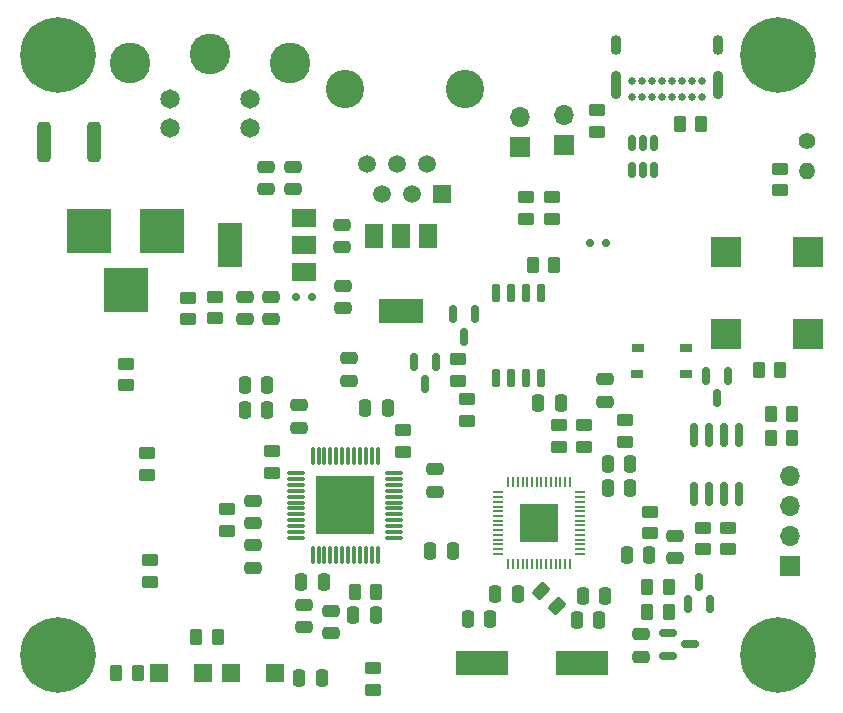
<source format=gbr>
%TF.GenerationSoftware,KiCad,Pcbnew,7.0.5.1-1-g8f565ef7f0-dirty-deb11*%
%TF.CreationDate,2023-06-25T19:17:02+00:00*%
%TF.ProjectId,AMFOC01,414d464f-4330-4312-9e6b-696361645f70,rev?*%
%TF.SameCoordinates,Original*%
%TF.FileFunction,Soldermask,Top*%
%TF.FilePolarity,Negative*%
%FSLAX46Y46*%
G04 Gerber Fmt 4.6, Leading zero omitted, Abs format (unit mm)*
G04 Created by KiCad (PCBNEW 7.0.5.1-1-g8f565ef7f0-dirty-deb11) date 2023-06-25 19:17:02*
%MOMM*%
%LPD*%
G01*
G04 APERTURE LIST*
G04 Aperture macros list*
%AMRoundRect*
0 Rectangle with rounded corners*
0 $1 Rounding radius*
0 $2 $3 $4 $5 $6 $7 $8 $9 X,Y pos of 4 corners*
0 Add a 4 corners polygon primitive as box body*
4,1,4,$2,$3,$4,$5,$6,$7,$8,$9,$2,$3,0*
0 Add four circle primitives for the rounded corners*
1,1,$1+$1,$2,$3*
1,1,$1+$1,$4,$5*
1,1,$1+$1,$6,$7*
1,1,$1+$1,$8,$9*
0 Add four rect primitives between the rounded corners*
20,1,$1+$1,$2,$3,$4,$5,0*
20,1,$1+$1,$4,$5,$6,$7,0*
20,1,$1+$1,$6,$7,$8,$9,0*
20,1,$1+$1,$8,$9,$2,$3,0*%
G04 Aperture macros list end*
%ADD10RoundRect,0.250000X-0.450000X0.262500X-0.450000X-0.262500X0.450000X-0.262500X0.450000X0.262500X0*%
%ADD11RoundRect,0.250000X-0.262500X-0.450000X0.262500X-0.450000X0.262500X0.450000X-0.262500X0.450000X0*%
%ADD12RoundRect,0.250000X0.450000X-0.262500X0.450000X0.262500X-0.450000X0.262500X-0.450000X-0.262500X0*%
%ADD13RoundRect,0.250000X-0.475000X0.250000X-0.475000X-0.250000X0.475000X-0.250000X0.475000X0.250000X0*%
%ADD14R,1.700000X1.700000*%
%ADD15O,1.700000X1.700000*%
%ADD16RoundRect,0.250000X-0.250000X-0.475000X0.250000X-0.475000X0.250000X0.475000X-0.250000X0.475000X0*%
%ADD17C,0.800000*%
%ADD18C,6.400000*%
%ADD19RoundRect,0.250000X0.250000X0.475000X-0.250000X0.475000X-0.250000X-0.475000X0.250000X-0.475000X0*%
%ADD20RoundRect,0.250000X0.475000X-0.250000X0.475000X0.250000X-0.475000X0.250000X-0.475000X-0.250000X0*%
%ADD21RoundRect,0.250000X0.262500X0.450000X-0.262500X0.450000X-0.262500X-0.450000X0.262500X-0.450000X0*%
%ADD22RoundRect,0.150000X-0.150000X-0.200000X0.150000X-0.200000X0.150000X0.200000X-0.150000X0.200000X0*%
%ADD23RoundRect,0.150000X0.150000X-0.587500X0.150000X0.587500X-0.150000X0.587500X-0.150000X-0.587500X0*%
%ADD24R,1.050000X0.650000*%
%ADD25RoundRect,0.250000X-0.503814X-0.132583X-0.132583X-0.503814X0.503814X0.132583X0.132583X0.503814X0*%
%ADD26RoundRect,0.150000X-0.587500X-0.150000X0.587500X-0.150000X0.587500X0.150000X-0.587500X0.150000X0*%
%ADD27C,3.250000*%
%ADD28R,1.520000X1.520000*%
%ADD29C,1.520000*%
%ADD30RoundRect,0.150000X-0.150000X0.587500X-0.150000X-0.587500X0.150000X-0.587500X0.150000X0.587500X0*%
%ADD31RoundRect,0.150000X0.150000X0.200000X-0.150000X0.200000X-0.150000X-0.200000X0.150000X-0.200000X0*%
%ADD32C,1.650000*%
%ADD33C,3.450000*%
%ADD34C,1.400000*%
%ADD35O,1.400000X1.400000*%
%ADD36RoundRect,0.150000X-0.150000X0.825000X-0.150000X-0.825000X0.150000X-0.825000X0.150000X0.825000X0*%
%ADD37R,1.500000X1.500000*%
%ADD38R,1.500000X2.000000*%
%ADD39R,3.800000X2.000000*%
%ADD40RoundRect,0.250000X-0.312500X-1.450000X0.312500X-1.450000X0.312500X1.450000X-0.312500X1.450000X0*%
%ADD41RoundRect,0.075000X0.662500X0.075000X-0.662500X0.075000X-0.662500X-0.075000X0.662500X-0.075000X0*%
%ADD42RoundRect,0.075000X0.075000X0.662500X-0.075000X0.662500X-0.075000X-0.662500X0.075000X-0.662500X0*%
%ADD43R,5.000000X5.000000*%
%ADD44RoundRect,0.150000X0.150000X-0.512500X0.150000X0.512500X-0.150000X0.512500X-0.150000X-0.512500X0*%
%ADD45RoundRect,0.150000X-0.150000X0.650000X-0.150000X-0.650000X0.150000X-0.650000X0.150000X0.650000X0*%
%ADD46RoundRect,0.050000X-0.387500X-0.050000X0.387500X-0.050000X0.387500X0.050000X-0.387500X0.050000X0*%
%ADD47RoundRect,0.050000X-0.050000X-0.387500X0.050000X-0.387500X0.050000X0.387500X-0.050000X0.387500X0*%
%ADD48R,3.200000X3.200000*%
%ADD49R,2.500000X2.500000*%
%ADD50C,0.650000*%
%ADD51O,0.900000X2.400000*%
%ADD52O,0.900000X1.700000*%
%ADD53R,2.000000X1.500000*%
%ADD54R,2.000000X3.800000*%
%ADD55R,4.500000X2.000000*%
%ADD56R,3.810000X3.810000*%
G04 APERTURE END LIST*
D10*
%TO.C,R32*%
X23120000Y-38580000D03*
X23120000Y-40405000D03*
%TD*%
D11*
%TO.C,R3*%
X57620000Y-10880000D03*
X59445000Y-10880000D03*
%TD*%
D12*
%TO.C,R27*%
X10720000Y-32980000D03*
X10720000Y-31155000D03*
%TD*%
%TO.C,R14*%
X12520000Y-40580000D03*
X12520000Y-38755000D03*
%TD*%
D11*
%TO.C,R15*%
X54895000Y-52180000D03*
X56720000Y-52180000D03*
%TD*%
D13*
%TO.C,C15*%
X20820000Y-25480000D03*
X20820000Y-27380000D03*
%TD*%
D14*
%TO.C,J5*%
X47820000Y-12680000D03*
D15*
X47820000Y-10140000D03*
%TD*%
D13*
%TO.C,C1*%
X29120000Y-24580000D03*
X29120000Y-26480000D03*
%TD*%
D11*
%TO.C,R12*%
X65320000Y-37480000D03*
X67145000Y-37480000D03*
%TD*%
D16*
%TO.C,C28*%
X25420000Y-57780000D03*
X27320000Y-57780000D03*
%TD*%
D12*
%TO.C,R33*%
X59620000Y-46880000D03*
X59620000Y-45055000D03*
%TD*%
D17*
%TO.C,H4*%
X63540000Y-4980000D03*
X64242944Y-3282944D03*
X64242944Y-6677056D03*
X65940000Y-2580000D03*
D18*
X65940000Y-4980000D03*
D17*
X65940000Y-7380000D03*
X67637056Y-3282944D03*
X67637056Y-6677056D03*
X68340000Y-4980000D03*
%TD*%
D16*
%TO.C,C16*%
X45670000Y-34480000D03*
X47570000Y-34480000D03*
%TD*%
D10*
%TO.C,R1*%
X53000000Y-35960000D03*
X53000000Y-37785000D03*
%TD*%
D11*
%TO.C,R22*%
X30100000Y-50460000D03*
X31925000Y-50460000D03*
%TD*%
%TO.C,R29*%
X16707500Y-54280000D03*
X18532500Y-54280000D03*
%TD*%
D19*
%TO.C,C22*%
X27500000Y-49660000D03*
X25600000Y-49660000D03*
%TD*%
D20*
%TO.C,C11*%
X29620000Y-32580000D03*
X29620000Y-30680000D03*
%TD*%
D12*
%TO.C,R19*%
X38820000Y-32592500D03*
X38820000Y-30767500D03*
%TD*%
D21*
%TO.C,R8*%
X11732500Y-57380000D03*
X9907500Y-57380000D03*
%TD*%
%TO.C,R2*%
X47020000Y-22780000D03*
X45195000Y-22780000D03*
%TD*%
D16*
%TO.C,C5*%
X49400000Y-50850000D03*
X51300000Y-50850000D03*
%TD*%
D22*
%TO.C,D2*%
X26520000Y-25480000D03*
X25120000Y-25480000D03*
%TD*%
D12*
%TO.C,R11*%
X46820000Y-18892500D03*
X46820000Y-17067500D03*
%TD*%
D20*
%TO.C,C27*%
X28120000Y-53980000D03*
X28120000Y-52080000D03*
%TD*%
D10*
%TO.C,R25*%
X18320000Y-25480000D03*
X18320000Y-27305000D03*
%TD*%
D23*
%TO.C,Q2*%
X58320000Y-51480000D03*
X60220000Y-51480000D03*
X59270000Y-49605000D03*
%TD*%
D19*
%TO.C,C13*%
X38420000Y-46980000D03*
X36520000Y-46980000D03*
%TD*%
D24*
%TO.C,SW1*%
X58195000Y-32010000D03*
X54045000Y-32010000D03*
X58195000Y-29860000D03*
X54070000Y-29860000D03*
%TD*%
D10*
%TO.C,R5*%
X47400000Y-36367500D03*
X47400000Y-38192500D03*
%TD*%
D13*
%TO.C,C24*%
X25820000Y-51580000D03*
X25820000Y-53480000D03*
%TD*%
D25*
%TO.C,R7*%
X45920000Y-50380000D03*
X47210470Y-51670470D03*
%TD*%
D11*
%TO.C,R16*%
X54895000Y-50080000D03*
X56720000Y-50080000D03*
%TD*%
%TO.C,R31*%
X64320000Y-31680000D03*
X66145000Y-31680000D03*
%TD*%
D10*
%TO.C,R6*%
X49500000Y-36380000D03*
X49500000Y-38205000D03*
%TD*%
D13*
%TO.C,C20*%
X57200000Y-45710000D03*
X57200000Y-47610000D03*
%TD*%
D16*
%TO.C,C14*%
X53150000Y-47360000D03*
X55050000Y-47360000D03*
%TD*%
D13*
%TO.C,C29*%
X54320000Y-54080000D03*
X54320000Y-55980000D03*
%TD*%
D26*
%TO.C,Q1*%
X56620000Y-53980000D03*
X56620000Y-55880000D03*
X58495000Y-54930000D03*
%TD*%
D20*
%TO.C,C10*%
X22620000Y-16380000D03*
X22620000Y-14480000D03*
%TD*%
D27*
%TO.C,J7*%
X39420000Y-7929492D03*
X29260000Y-7929492D03*
D28*
X37510000Y-16819492D03*
D29*
X36240000Y-14279492D03*
X34970000Y-16819492D03*
X33700000Y-14279492D03*
X32430000Y-16819492D03*
X31160000Y-14279492D03*
%TD*%
D30*
%TO.C,Q4*%
X37020000Y-30980000D03*
X35120000Y-30980000D03*
X36070000Y-32855000D03*
%TD*%
D31*
%TO.C,D1*%
X50020000Y-20925000D03*
X51420000Y-20925000D03*
%TD*%
D32*
%TO.C,J12*%
X21270000Y-11229492D03*
X14470000Y-11229492D03*
X21270000Y-8729492D03*
X14470000Y-8729492D03*
D33*
X24620000Y-5729492D03*
X17870000Y-4929492D03*
X11120000Y-5729492D03*
%TD*%
D16*
%TO.C,C4*%
X42020000Y-50680000D03*
X43920000Y-50680000D03*
%TD*%
D30*
%TO.C,Q6*%
X61720000Y-32205000D03*
X59820000Y-32205000D03*
X60770000Y-34080000D03*
%TD*%
D34*
%TO.C,TH1*%
X68420000Y-12280000D03*
D35*
X68420000Y-14820000D03*
%TD*%
D36*
%TO.C,U6*%
X62690000Y-37230000D03*
X61420000Y-37230000D03*
X60150000Y-37230000D03*
X58880000Y-37230000D03*
X58880000Y-42180000D03*
X60150000Y-42180000D03*
X61420000Y-42180000D03*
X62690000Y-42180000D03*
%TD*%
D37*
%TO.C,D3*%
X17307500Y-57380000D03*
X13547500Y-57380000D03*
%TD*%
D20*
%TO.C,C21*%
X21520000Y-48430000D03*
X21520000Y-46530000D03*
%TD*%
D13*
%TO.C,C18*%
X23020000Y-25480000D03*
X23020000Y-27380000D03*
%TD*%
D19*
%TO.C,C19*%
X22720000Y-32980000D03*
X20820000Y-32980000D03*
%TD*%
D38*
%TO.C,U1*%
X36320000Y-20380000D03*
X34020000Y-20380000D03*
D39*
X34020000Y-26680000D03*
D38*
X31720000Y-20380000D03*
%TD*%
D40*
%TO.C,F1*%
X3800000Y-12400000D03*
X8075000Y-12400000D03*
%TD*%
D41*
%TO.C,U7*%
X33462500Y-45910000D03*
X33462500Y-45410000D03*
X33462500Y-44910000D03*
X33462500Y-44410000D03*
X33462500Y-43910000D03*
X33462500Y-43410000D03*
X33462500Y-42910000D03*
X33462500Y-42410000D03*
X33462500Y-41910000D03*
X33462500Y-41410000D03*
X33462500Y-40910000D03*
X33462500Y-40410000D03*
D42*
X32050000Y-38997500D03*
X31550000Y-38997500D03*
X31050000Y-38997500D03*
X30550000Y-38997500D03*
X30050000Y-38997500D03*
X29550000Y-38997500D03*
X29050000Y-38997500D03*
X28550000Y-38997500D03*
X28050000Y-38997500D03*
X27550000Y-38997500D03*
X27050000Y-38997500D03*
X26550000Y-38997500D03*
D41*
X25137500Y-40410000D03*
X25137500Y-40910000D03*
X25137500Y-41410000D03*
X25137500Y-41910000D03*
X25137500Y-42410000D03*
X25137500Y-42910000D03*
X25137500Y-43410000D03*
X25137500Y-43910000D03*
X25137500Y-44410000D03*
X25137500Y-44910000D03*
X25137500Y-45410000D03*
X25137500Y-45910000D03*
D42*
X26550000Y-47322500D03*
X27050000Y-47322500D03*
X27550000Y-47322500D03*
X28050000Y-47322500D03*
X28550000Y-47322500D03*
X29050000Y-47322500D03*
X29550000Y-47322500D03*
X30050000Y-47322500D03*
X30550000Y-47322500D03*
X31050000Y-47322500D03*
X31550000Y-47322500D03*
X32050000Y-47322500D03*
D43*
X29300000Y-43160000D03*
%TD*%
D44*
%TO.C,U3*%
X53570000Y-14736992D03*
X54520000Y-14736992D03*
X55470000Y-14736992D03*
X55470000Y-12461992D03*
X54520000Y-12461992D03*
X53570000Y-12461992D03*
%TD*%
D20*
%TO.C,C23*%
X21520000Y-44660000D03*
X21520000Y-42760000D03*
%TD*%
%TO.C,C9*%
X24920000Y-16380000D03*
X24920000Y-14480000D03*
%TD*%
%TO.C,C31*%
X25420000Y-36580000D03*
X25420000Y-34680000D03*
%TD*%
D12*
%TO.C,R10*%
X66120000Y-16480000D03*
X66120000Y-14655000D03*
%TD*%
D19*
%TO.C,C6*%
X50820000Y-52880000D03*
X48920000Y-52880000D03*
%TD*%
D20*
%TO.C,C2*%
X29020000Y-21280000D03*
X29020000Y-19380000D03*
%TD*%
D45*
%TO.C,U2*%
X45925000Y-25180000D03*
X44655000Y-25180000D03*
X43385000Y-25180000D03*
X42115000Y-25180000D03*
X42115000Y-32380000D03*
X43385000Y-32380000D03*
X44655000Y-32380000D03*
X45925000Y-32380000D03*
%TD*%
D12*
%TO.C,R18*%
X39600000Y-36005000D03*
X39600000Y-34180000D03*
%TD*%
D10*
%TO.C,R4*%
X50620000Y-9680000D03*
X50620000Y-11505000D03*
%TD*%
%TO.C,R13*%
X12820000Y-47780000D03*
X12820000Y-49605000D03*
%TD*%
D30*
%TO.C,Q3*%
X40320000Y-26980000D03*
X38420000Y-26980000D03*
X39370000Y-28855000D03*
%TD*%
D46*
%TO.C,U5*%
X42282500Y-42050000D03*
X42282500Y-42450000D03*
X42282500Y-42850000D03*
X42282500Y-43250000D03*
X42282500Y-43650000D03*
X42282500Y-44050000D03*
X42282500Y-44450000D03*
X42282500Y-44850000D03*
X42282500Y-45250000D03*
X42282500Y-45650000D03*
X42282500Y-46050000D03*
X42282500Y-46450000D03*
X42282500Y-46850000D03*
X42282500Y-47250000D03*
D47*
X43120000Y-48087500D03*
X43520000Y-48087500D03*
X43920000Y-48087500D03*
X44320000Y-48087500D03*
X44720000Y-48087500D03*
X45120000Y-48087500D03*
X45520000Y-48087500D03*
X45920000Y-48087500D03*
X46320000Y-48087500D03*
X46720000Y-48087500D03*
X47120000Y-48087500D03*
X47520000Y-48087500D03*
X47920000Y-48087500D03*
X48320000Y-48087500D03*
D46*
X49157500Y-47250000D03*
X49157500Y-46850000D03*
X49157500Y-46450000D03*
X49157500Y-46050000D03*
X49157500Y-45650000D03*
X49157500Y-45250000D03*
X49157500Y-44850000D03*
X49157500Y-44450000D03*
X49157500Y-44050000D03*
X49157500Y-43650000D03*
X49157500Y-43250000D03*
X49157500Y-42850000D03*
X49157500Y-42450000D03*
X49157500Y-42050000D03*
D47*
X48320000Y-41212500D03*
X47920000Y-41212500D03*
X47520000Y-41212500D03*
X47120000Y-41212500D03*
X46720000Y-41212500D03*
X46320000Y-41212500D03*
X45920000Y-41212500D03*
X45520000Y-41212500D03*
X45120000Y-41212500D03*
X44720000Y-41212500D03*
X44320000Y-41212500D03*
X43920000Y-41212500D03*
X43520000Y-41212500D03*
X43120000Y-41212500D03*
D48*
X45720000Y-44650000D03*
%TD*%
D13*
%TO.C,C17*%
X36920000Y-40080000D03*
X36920000Y-41980000D03*
%TD*%
D12*
%TO.C,R24*%
X44620000Y-18892500D03*
X44620000Y-17067500D03*
%TD*%
D16*
%TO.C,C8*%
X51520000Y-39660000D03*
X53420000Y-39660000D03*
%TD*%
D12*
%TO.C,R21*%
X19320000Y-45280000D03*
X19320000Y-43455000D03*
%TD*%
D14*
%TO.C,J6*%
X67000000Y-48260000D03*
D15*
X67000000Y-45720000D03*
X67000000Y-43180000D03*
X67000000Y-40640000D03*
%TD*%
D49*
%TO.C,BZ1*%
X68520000Y-28680000D03*
X68520000Y-21680000D03*
X61520000Y-21680000D03*
X61520000Y-28680000D03*
%TD*%
D50*
%TO.C,J1*%
X59520000Y-8560000D03*
X58670000Y-8560000D03*
X57820000Y-8560000D03*
X56970000Y-8560000D03*
X56120000Y-8560000D03*
X55270000Y-8560000D03*
X54420000Y-8560000D03*
X53570000Y-8560000D03*
X53570000Y-7210000D03*
X54420000Y-7210000D03*
X55270000Y-7210000D03*
X56120000Y-7210000D03*
X56970000Y-7210000D03*
X57820000Y-7210000D03*
X58670000Y-7210000D03*
X59520000Y-7210000D03*
D51*
X60870000Y-7580000D03*
D52*
X60870000Y-4200000D03*
D51*
X52220000Y-7580000D03*
D52*
X52220000Y-4200000D03*
%TD*%
D17*
%TO.C,H3*%
X2580000Y-4980000D03*
X3282944Y-3282944D03*
X3282944Y-6677056D03*
X4980000Y-2580000D03*
D18*
X4980000Y-4980000D03*
D17*
X4980000Y-7380000D03*
X6677056Y-3282944D03*
X6677056Y-6677056D03*
X7380000Y-4980000D03*
%TD*%
D20*
%TO.C,C7*%
X51320000Y-34360000D03*
X51320000Y-32460000D03*
%TD*%
D12*
%TO.C,R30*%
X61720000Y-46880000D03*
X61720000Y-45055000D03*
%TD*%
D14*
%TO.C,J9*%
X44120000Y-12780000D03*
D15*
X44120000Y-10240000D03*
%TD*%
D12*
%TO.C,R20*%
X55100000Y-45512500D03*
X55100000Y-43687500D03*
%TD*%
D16*
%TO.C,C12*%
X51550000Y-41680000D03*
X53450000Y-41680000D03*
%TD*%
D19*
%TO.C,C26*%
X32920000Y-34880000D03*
X31020000Y-34880000D03*
%TD*%
D53*
%TO.C,U4*%
X25820000Y-23380000D03*
X25820000Y-21080000D03*
D54*
X19520000Y-21080000D03*
D53*
X25820000Y-18780000D03*
%TD*%
D16*
%TO.C,C25*%
X30000000Y-52460000D03*
X31900000Y-52460000D03*
%TD*%
D10*
%TO.C,R17*%
X31620000Y-56955000D03*
X31620000Y-58780000D03*
%TD*%
D17*
%TO.C,H1*%
X2580000Y-55780000D03*
X3282944Y-54082944D03*
X3282944Y-57477056D03*
X4980000Y-53380000D03*
D18*
X4980000Y-55780000D03*
D17*
X4980000Y-58180000D03*
X6677056Y-54082944D03*
X6677056Y-57477056D03*
X7380000Y-55780000D03*
%TD*%
D55*
%TO.C,Y1*%
X49350000Y-56460000D03*
X40850000Y-56460000D03*
%TD*%
D56*
%TO.C,J11*%
X13810000Y-19900000D03*
X7610000Y-19900000D03*
X10710000Y-24900000D03*
%TD*%
D12*
%TO.C,R23*%
X34220000Y-38605000D03*
X34220000Y-36780000D03*
%TD*%
D16*
%TO.C,C30*%
X39670000Y-52780000D03*
X41570000Y-52780000D03*
%TD*%
D17*
%TO.C,H2*%
X63540000Y-55780000D03*
X64242944Y-54082944D03*
X64242944Y-57477056D03*
X65940000Y-53380000D03*
D18*
X65940000Y-55780000D03*
D17*
X65940000Y-58180000D03*
X67637056Y-54082944D03*
X67637056Y-57477056D03*
X68340000Y-55780000D03*
%TD*%
D19*
%TO.C,C3*%
X22720000Y-35080000D03*
X20820000Y-35080000D03*
%TD*%
D37*
%TO.C,D4*%
X23380000Y-57380000D03*
X19620000Y-57380000D03*
%TD*%
D11*
%TO.C,R9*%
X65320000Y-35380000D03*
X67145000Y-35380000D03*
%TD*%
D12*
%TO.C,R26*%
X16020000Y-27380000D03*
X16020000Y-25555000D03*
%TD*%
M02*

</source>
